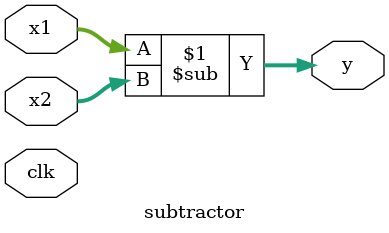
<source format=v>
module subtractor #(parameter Nbits = 14)
  (x1, x2, y, clk);

  input wire clk;

  input wire signed [Nbits-1:0] x1;
  input wire signed [Nbits-1:0] x2;

  output signed [Nbits-1:0] y;

  assign y = x1 - x2;

endmodule

</source>
